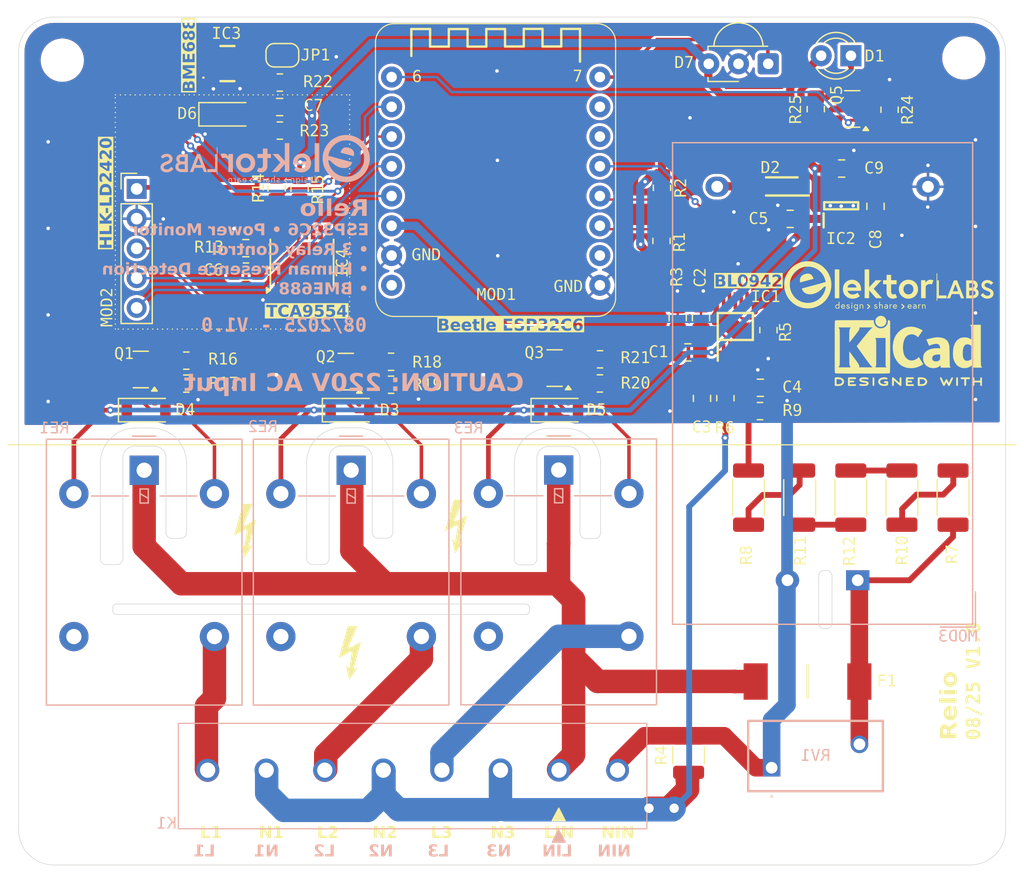
<source format=kicad_pcb>
(kicad_pcb (version 20241229) (generator "pcbnew") (generator_version "9.0")
  (layers (0 "F.Cu" signal) (2 "B.Cu" signal) (13 "F.Paste" user) (15 "B.Paste" user) (5 "F.SilkS" user "F.Silkscreen") (7 "B.SilkS" user "B.Silkscreen") (1 "F.Mask" user) (3 "B.Mask" user) (25 "Edge.Cuts" user))
  (net 0 "")
  (net 1 "+5V")
  (net 2 "Net-(D2-A)")
  (net 3 "Net-(IC1-SCLK_BPS)")
  (net 4 "/E_TX")
  (net 5 "/E_CF")
  (net 7 "Net-(IC1-IP)")
  (net 8 "Net-(IC1-VP)")
  (net 9 "+3V3")
  (net 10 "/E_RX")
  (net 11 "Net-(IC1-IN)")
  (net 12 "/SCL")
  (net 13 "/SDA")
  (net 14 "/OT2")
  (net 15 "Net-(D1-K)")
  (net 16 "Net-(D3-A)")
  (net 17 "/RELAY2")
  (net 18 "/RELAY3")
  (net 19 "/RELAY1")
  (net 20 "Net-(D4-A)")
  (net 21 "Net-(D5-A)")
  (net 22 "/L_IN_F")
  (net 23 "/L_OUT3")
  (net 24 "/OT1")
  (net 25 "Net-(MOD1-GPIO6)")
  (net 27 "/HLK_RX")
  (net 29 "Net-(D6-K)")
  (net 30 "Net-(Q1-B)")
  (net 31 "Net-(Q2-B)")
  (net 32 "Net-(Q3-B)")
  (net 33 "Net-(R10-Pad2)")
  (net 34 "Net-(R11-Pad2)")
  (net 35 "Net-(R10-Pad1)")
  (net 36 "Net-(R11-Pad1)")
  (net 37 "GND")
  (net 38 "/L_IN")
  (net 39 "/L_OUT1")
  (net 40 "/L_OUT2")
  (net 41 "/N_OUT")
  (net 42 "Net-(Q5-D)")
  (net 43 "Net-(D6-A)")
  (net 44 "Net-(D7-OUT)")
  (net 46 "Net-(IC3-SDO)")
  (net 50 "Net-(IC4-~{INT})")
  (footprint "Capacitor_SMD:C_0805_2012Metric_Pad1.18x1.45mm_HandSolder" (layer "F.Cu") (at -79.5125 272.58 180)
    (property "Reference" "C1")
    (property "Value" "100nF")
  )
  (footprint "Resistor_SMD:R_0805_2012Metric_Pad1.20x1.40mm_HandSolder" (layer "F.Cu") (at -114.3475 249.54)
    (property "Reference" "R22")
    (property "Value" "10k")
  )
  (footprint "OptoDevice:Vishay_MINICAST-3Pin" (layer "F.Cu") (at -72.65 247.94 180)
    (property "Reference" "D7")
    (property "Value" "TSOP41xx")
  )
  (footprint "Resistor_SMD:R_0805_2012Metric_Pad1.20x1.40mm_HandSolder" (layer "F.Cu") (at -81.72 258.53 -90)
    (property "Reference" "R2")
    (property "Value" "10k")
  )
  (footprint "Resistor_SMD:R_2010_5025Metric" (layer "F.Cu") (at -65.6 284.9775 -90)
    (property "Reference" "R12")
    (property "Value" "390k")
  )
  (footprint "Connector_PinHeader_2.54mm:PinHeader_1x05_P2.54mm_Vertical" (layer "F.Cu") (at -126.57 258.62)
    (property "Reference" "MOD2")
    (property "Value" "HLK-LD2420")
  )
  (footprint "Resistor_SMD:R_0805_2012Metric_Pad1.20x1.40mm_HandSolder" (layer "F.Cu") (at -68.59 251.81 -90)
    (property "Reference" "R25")
    (property "Value" "100R")
  )
  (footprint "Capacitor_SMD:C_0805_2012Metric_Pad1.18x1.45mm_HandSolder" (layer "F.Cu") (at -78.39 269.6125 90)
    (property "Reference" "C2")
    (property "Value" "68nF")
  )
  (footprint "Resistor_SMD:R_0805_2012Metric_Pad1.20x1.40mm_HandSolder" (layer "F.Cu") (at -62.29 251.86 90)
    (property "Reference" "R24")
    (property "Value" "10k")
  )
  (footprint "SamacSys_Parts:SOT95P280X145-5N" (layer "F.Cu") (at -66.42 260.06 90)
    (property "Reference" "IC2")
    (property "Value" "TLV75733PDBVR" (hide yes))
  )
  (footprint "MountingHole:MountingHole_3.2mm_M3" (layer "F.Cu") (at -133.09 312.84)
    (property "Reference" "H2" (hide yes))
    (property "Value" "MountingHole")
  )
  (footprint "SamacSys_Parts:BME688" (layer "F.Cu") (at -118.82 247.92 180)
    (property "Reference" "IC3")
    (property "Value" "BME688" (hide yes))
  )
  (footprint "Package_TO_SOT_SMD:SOT-23" (layer "F.Cu") (at -90.8875 273.92 180)
    (property "Reference" "Q3")
    (property "Value" "MMBT2222A")
  )
  (footprint "Beetle ESP32 C6:Beetle ESP32-C6" (layer "F.Cu") (at -85.68 244.51 180)
    (property "Reference" "MOD1")
    (property "Value" "Beetle ESP32-C6")
  )
  (footprint "Capacitor_SMD:C_0805_2012Metric_Pad1.18x1.45mm_HandSolder" (layer "F.Cu") (at -114.36 251.63 180)
    (property "Reference" "C7")
    (property "Value" "0.1uF")
  )
  (footprint "Resistor_SMD:R_0805_2012Metric_Pad1.20x1.40mm_HandSolder" (layer "F.Cu") (at -73.35 277.59 180)
    (property "Reference" "R9")
    (property "Value" "510R")
  )
  (footprint "Resistor_SMD:R_2010_5025Metric" (layer "F.Cu") (at -69.965 284.9775 90)
    (property "Reference" "R11")
    (property "Value" "390k")
  )
  (footprint "SamacSys_Parts:SOD3716X145N" (layer "F.Cu") (at -71.49 258.41 180)
    (property "Reference" "D2")
    (property "Value" "1N5819HW-7-F" (hide yes))
  )
  (footprint "Capacitor_SMD:C_0805_2012Metric_Pad1.18x1.45mm_HandSolder" (layer "F.Cu") (at -63.49 260.1075 90)
    (property "Reference" "C8")
    (property "Value" "0.1uF")
  )
  (footprint "Resistor_SMD:R_0805_2012Metric_Pad1.20x1.40mm_HandSolder" (layer "F.Cu") (at -81.76 263.06 90)
    (property "Reference" "R1")
    (property "Value" "10k")
  )
  (footprint "Resistor_SMD:R_0805_2012Metric_Pad1.20x1.40mm_HandSolder" (layer "F.Cu") (at -104.85 275.34)
    (property "Reference" "R19")
    (property "Value" "10k")
  )
  (footprint "Resistor_SMD:R_0805_2012Metric_Pad1.20x1.40mm_HandSolder" (layer "F.Cu") (at -122.3325 275.2425)
    (property "Reference" "R16")
    (property "Value" "10k")
  )
  (footprint "Resistor_SMD:R_0805_2012Metric_Pad1.20x1.40mm_HandSolder" (layer "F.Cu") (at -76.305 276.49 90)
    (property "Reference" "R6")
    (property "Value" "510R")
  )
  (footprint "Package_TO_SOT_SMD:SOT-23" (layer "F.Cu") (at -126.2175 274.04 180)
    (property "Reference" "Q1")
    (property "Value" "MMBT2222A")
  )
  (footprint "Capacitor_SMD:C_0805_2012Metric_Pad1.18x1.45mm_HandSolder" (layer "F.Cu") (at -117.2525 263.68 180)
    (property "Reference" "C6")
    (property "Value" "0.1uF")
  )
  (footprint "Diode_SMD:D_SOD-123" (layer "F.Cu") (at -118.8975 252.25)
    (property "Reference" "D6")
    (property "Value" "1N4148W")
  )
  (footprint "Resistor_SMD:R_0805_2012Metric_Pad1.20x1.40mm_HandSolder" (layer "F.Cu") (at -87.01 273.17 180)
    (property "Reference" "R20")
    (property "Value" "1k")
  )
  (footprint "LED_THT:LED_D3.0mm_IRBlack" (layer "F.Cu") (at -65.59 247.25 180)
    (property "Reference" "D1")
    (property "Value" "TSAL4400")
  )
  (footprint "Resistor_SMD:R_0805_2012Metric_Pad1.20x1.40mm_HandSolder" (layer "F.Cu") (at -114.62 258.57 -90)
    (property "Reference" "R14")
    (property "Value" "10k")
  )
  (footprint "SamacSys_Parts:SOP50P490X110-10N" (layer "F.Cu") (at -75.4595 270.368 90)
    (property "Reference" "IC1")
    (property "Value" "BL0942" (hide yes))
  )
  (footprint "Symbol:Symbol_HighVoltage_NoTriangle_2x5mm_Copper" (layer "F.Cu") (at -99.072615 287.578703)
    (property "Reference" "REF**" (hide yes))
    (property "Value" "Symbol_HighVoltage_NoTriangle_2x5mm_Copper" (hide yes))
  )
  (footprint "Resistor_SMD:R_2010_5025Metric" (layer "F.Cu") (at -56.87 284.9775 -90)
    (property "Reference" "R7")
    (property "Value" "390k")
  )
  (footprint "Symbol:KiCad-Logo2_5mm_SilkScreen" (layer "F.Cu") (at -60.69 272.44)
    (property "Reference" "REF**" (hide yes))
    (property "Value" "KiCad-Logo2_5mm_SilkScreen" (hide yes))
  )
  (footprint "Diode_SMD:D_SOD-123" (layer "F.Cu") (at -125.7675 277.51)
    (property "Reference" "D4")
    (property "Value" "1N4148W")
  )
  (footprint "SamacSys_Parts:FUSC10130X300N" (layer "F.Cu") (at -69.295 300.68)
    (property "Reference" "F1")
    (property "Value" "3403.0169.24" (hide yes))
  )
  (footprint "MountingHole:MountingHole_3.2mm_M3" (layer "F.Cu") (at -132.92 247.63)
    (property "Reference" "H1" (hide yes))
    (property "Value" "MountingHole")
  )
  (footprint "Resistor_SMD:R_0805_2012Metric_Pad1.20x1.40mm_HandSolder" (layer "F.Cu") (at -80.3795 269.6425 -90)
    (property "Reference" "R3")
    (property "Value" "510R")
  )
  (footprint "Symbol:Symbol_HighVoltage_NoTriangle_2x5mm_Copper" (layer "F.Cu") (at -108.112615 298.368703)
    (property "Reference" "REF**" (hide yes))
    (property "Value" "Symbol_HighVoltage_NoTriangle_2x5mm_Copper" (hide yes))
  )
  (footprint "Package_TO_SOT_SMD:SOT-23" (layer "F.Cu") (at -108.7175 274.22 180)
    (property "Reference" "Q2")
    (property "Value" "MMBT2222A")
  )
  (footprint "Diode_SMD:D_SOD-123" (layer "F.Cu") (at -90.5375 277.51)
    (property "Reference" "D5")
    (property "Value" "1N4148W")
  )
  (footprint "Resistor_SMD:R_0805_2012Metric_Pad1.20x1.40mm_HandSolder" (layer "F.Cu") (at -104.85 273.38 180)
    (property "Reference" "R18")
    (property "Value" "1k")
  )
  (footprint "Resistor_SMD:R_1210_3225Metric" (layer "F.Cu") (at -79.45 306.9675 90)
    (property "Reference" "R4")
    (property "Value" "1m")
  )
  (footprint "Capacitor_SMD:C_0805_2012Metric_Pad1.18x1.45mm_HandSolder" (layer "F.Cu") (at -78.305 276.5075 90)
    (property "Reference" "C3")
    (property "Value" "68nF")
  )
  (footprint "MountingHole:MountingHole_3.2mm_M3" (layer "F.Cu") (at -56.04 312.72)
    (property "Reference" "H3" (hide yes))
    (property "Value" "MountingHole")
  )
  (footprint "Diode_SMD:D_SOD-123" (layer "F.Cu") (at -108.36 277.51)
    (property "Reference" "D3")
    (property "Value" "1N4148W")
  )
  (footprint "Resistor_SMD:R_2010_5025Metric" (layer "F.Cu") (at -61.235 284.9775 -90)
    (property "Reference" "R10")
    (property "Value" "390k")
  )
  (footprint "Package_SO:SSOP-16_3.9x4.9mm_P0.635mm" (layer "F.Cu") (at -112.4575 264.93 90)
    (property "Reference" "IC4")
    (property "Value" "TCA9554DBQ")
  )
  (footprint "MountingHole:MountingHole_3.2mm_M3" (layer "F.Cu") (at -55.95 247.44)
    (property "Reference" "H4" (hide yes))
    (property "Value" "MountingHole")
  )
  (footprint "Resistor_SMD:R_0805_2012Metric_Pad1.20x1.40mm_HandSolder" (layer "F.Cu") (at -122.3325 273.2825 180)
    (property "Reference" "R17")
    (property "Value" "1k")
  )
  (footprint "Resistor_SMD:R_0805_2012Metric_Pad1.20x1.40mm_HandSolder" (layer "F.Cu") (at -87.02 275.23)
    (property "Reference" "R21")
    (property "Value" "10k")
  )
  (footprint "Resistor_SMD:R_0805_2012Metric_Pad1.20x1.40mm_HandSolder" (layer "F.Cu") (at -72.63 270.68 90)
    (property "Reference" "R5")
    (property "Value" "10k")
  )
  (footprint "Capacitor_SMD:C_0805_2012Metric_Pad1.18x1.45mm_HandSolder" (layer "F.Cu") (at -70.7725 261.18 180)
    (property "Reference" "C5")
    (property "Value" "100nF")
  )
  (footprint "Capacitor_SMD:C_0805_2012Metric_Pad1.18x1.45mm_HandSolder" (layer "F.Cu") (at -73.3175 275.6)
    (property "Reference" "C4")
    (property "Value" "68nF")
  )
  (footprint "footprints:elektorlabs-20x6.1mm" (layer "F.Cu") (at -62.324063 266.799992)
    (property "Reference" "G***" (hide yes))
    (property "Value" "LOGO" (hide yes))
  )
  (footprint "Capacitor_SMD:C_0805_2012Metric_Pad1.18x1.45mm_HandSolder" (layer "F.Cu") (at -66.3775 256.88)
    (property "Reference" "C9")
    (property "Value" "0.1uF")
  )
  (footprint "Jumper:SolderJumper-2_P1.3mm_Open_RoundedPad1.0x1.5mm" (layer "F.Cu") (at -114.13 247.21 180)
    (property "Reference" "JP1")
    (property "Value" "ADR")
  )
  (footprint "Resistor_SMD:R_2010_5025Metric" (layer "F.Cu") (at -74.33 284.9775 90)
    (property "Reference" "R8")
    (property "Value" "390k")
  )
  (footprint "Package_TO_SOT_SMD:SOT-23" (layer "F.Cu") (at -65.48 251.7925 180)
    (property "Reference" "Q5")
    (property "Value" "AO3400A")
  )
  (footprint "Resistor_SMD:R_0805_2012Metric_Pad1.20x1.40mm_HandSolder" (layer "F.Cu") (at -114.35 253.64 180)
    (property "Reference" "R23")
    (property "Value" "10k")
  )
  (footprint "Resistor_SMD:R_0805_2012Metric_Pad1.20x1.40mm_HandSolder" (layer "F.Cu") (at -117.24 265.68)
    (property "Reference" "R13")
    (property "Value" "10k")
  )
  (footprint "Resistor_SMD:R_0805_2012Metric_Pad1.20x1.40mm_HandSolder" (layer "F.Cu") (at -112.66 258.6 -90)
    (property "Reference" "R15")
    (property "Value" "10k")
  )
  (footprint "Symbol:Symbol_HighVoltage_NoTriangle_2x5mm_Copper" (layer "F.Cu") (at -117.072615 287.928703)
    (property "Reference" "REF**" (hide yes))
    (property "Value" "Symbol_HighVoltage_NoTriangle_2x5mm_Copper" (hide yes))
  )
  (footprint "Converter_ACDC:Converter_ACDC_Hi-Link_HLK-5Mxx" (layer "B.Cu") (at -65.0075 292.0325 90)
    (property "Reference" "MOD3")
    (property "Value" "HLK-5M05")
  )
  (footprint "Relay_THT:Relay_SPDT_Omron-G5LE-1" (layer "B.Cu") (at -108.26 282.64 180)
    (property "Reference" "RE2")
    (property "Value" "G5LE-14 DC3")
  )
  (footprint "Relay_THT:Relay_SPDT_Omron-G5LE-1" (layer "B.Cu") (at -90.54 282.62 180)
    (property "Reference" "RE3")
    (property "Value" "G5LE-14 DC3")
  )
  (footprint "SamacSys_Parts:TB00150008BE" (layer "B.Cu") (at -120.51 308.25)
    (property "Reference" "K1")
    (property "Value" "TB001-500-08BE" (hide yes))
  )
  (footprint "SamacSys_Parts:TND10V431KB00AAA0" (layer "B.Cu") (at -72.36 308.04)
    (property "Reference" "RV1")
    (property "Value" "TND10V-431KB00AAA0" (hide yes))
  )
  (footprint "footprints:elektorlabs-20x6.1mm" (layer "B.Cu") (at -115.625936 256.019992 180)
    (property "Reference" "G***" (hide yes))
    (property "Value" "LOGO" (hide yes))
  )
  (footprint "Relay_THT:Relay_SPDT_Omron-G5LE-1" (layer "B.Cu") (at -125.93 282.64 180)
    (property "Reference" "RE1")
    (property "Value" "G5LE-14 DC3")
  )
  (gr_line (start -93.52 244.96) (end -91.92 244.96) (stroke (width 0.2)) (layer "F.SilkS"))
  (gr_line (start -98.32 246.47) (end -96.72 246.47) (stroke (width 0.2)) (layer "F.SilkS"))
  (gr_line (start -90.32 246.46) (end -90.32 244.96) (stroke (width 0.2)) (layer "F.SilkS"))
  (gr_line (start -101.52 246.47) (end -99.92 246.47) (stroke (width 0.2)) (layer "F.SilkS"))
  (gr_line (start -103.12 244.97) (end -101.52 244.97) (stroke (width 0.2)) (layer "F.SilkS"))
  (gr_line (start -103.12 247.27) (end -103.12 244.97) (stroke (width 0.2)) (layer "F.SilkS"))
  (gr_line (start -99.92 244.97) (end -98.32 244.97) (stroke (width 0.2)) (layer "F.SilkS"))
  (gr_line (start -90.32 244.96) (end -88.72 244.96) (stroke (width 0.2)) (layer "F.SilkS"))
  (gr_line (start -96.72 246.47) (end -96.72 244.97) (stroke (width 0.2)) (layer "F.SilkS"))
  (gr_line (start -95.12 244.97) (end -95.12 246.46) (stroke (width 0.2)) (layer "F.SilkS"))
  (gr_rect (start -128.39 250.589998) (end -108.39 270.589998) (stroke (width 0.1) (type dot)) (fill no) (layer "F.SilkS"))
  (gr_line (start -95.12 246.46) (end -93.52 246.46) (stroke (width 0.2)) (layer "F.SilkS"))
  (gr_line (start -98.32 244.97) (end -98.32 246.47) (stroke (width 0.2)) (layer "F.SilkS"))
  (gr_line (start -88.72 244.96) (end -88.72 247.76) (stroke (width 0.2)) (layer "F.SilkS"))
  (gr_line (start -91.92 246.46) (end -90.32 246.46) (stroke (width 0.2)) (layer "F.SilkS"))
  (gr_poly (pts (xy -90.53 311.48) (xy -91.1 312.55) (xy -89.99 312.55)) (stroke (width 0.1)) (fill yes) (layer "F.SilkS"))
  (gr_line (start -96.72 244.97) (end -95.12 244.97) (stroke (width 0.2)) (layer "F.SilkS"))
  (gr_line (start -137.57 280.47) (end -51.5 280.47) (stroke (width 0.1)) (layer "F.SilkS"))
  (gr_line (start -99.92 246.47) (end -99.92 244.97) (stroke (width 0.2)) (layer "F.SilkS"))
  (gr_line (start -91.92 244.96) (end -91.92 246.46) (stroke (width 0.2)) (layer "F.SilkS"))
  (gr_line (start -93.52 246.46) (end -93.52 244.96) (stroke (width 0.2)) (layer "F.SilkS"))
  (gr_line (start -101.52 244.97) (end -101.52 246.47) (stroke (width 0.2)) (layer "F.SilkS"))
  (gr_poly (pts (xy -90.55 313.33) (xy -89.98 314.4) (xy -91.09 314.4)) (stroke (width 0.1)) (fill yes) (layer "B.SilkS"))
  (gr_arc (start -122.310012 287.960022) (mid -122.456459 288.313575) (end -122.810012 288.460021) (stroke (width 0.05)) (layer "Edge.Cuts"))
  (gr_arc (start -125.309995 279.03) (mid -123.188672 279.908682) (end -122.309995 282.030008) (stroke (width 0.05)) (layer "Edge.Cuts"))
  (gr_arc (start -89.963536 279.046425) (mid -87.842213 279.925107) (end -86.963536 282.046433) (stroke (width 0.05)) (layer "Edge.Cuts"))
  (gr_arc (start -133.65 316.34) (mid -135.77132 315.46132) (end -136.65 313.34) (stroke (width 0.05)) (layer "Edge.Cuts"))
  (gr_line (start -112.060001 290.18649) (end -112.060001 282.016425) (stroke (width 0.05)) (layer "Edge.Cuts"))
  (gr_arc (start -67.7 291.18) (mid -67.346447 291.326447) (end -67.2 291.68) (stroke (width 0.05)) (layer "Edge.Cuts"))
  (gr_line (start -93.34 294.95) (end -128.3 294.95) (stroke (width 0.05)) (layer "Edge.Cuts"))
  (gr_line (start -87.463553 288.476446) (end -88.223554 288.476446) (stroke (width 0.05)) (layer "Edge.Cuts"))
  (gr_line (start -127.750001 281.59002) (end -127.750013 290.200065) (stroke (width 0.05)) (layer "Edge.Cuts"))
  (gr_arc (start -94.323554 282.046425) (mid -93.444874 279.925105) (end -91.323554 279.046425) (stroke (width 0.05)) (layer "Edge.Cuts"))
  (gr_arc (start -125.070002 280.590021) (mid -124.362895 280.882915) (end -124.070002 281.590023) (stroke (width 0.05)) (layer "Edge.Cuts"))
  (gr_arc (start -136.65 246.95) (mid -135.77132 244.82868) (end -133.65 243.95) (stroke (width 0.05)) (layer "Edge.Cuts"))
  (gr_line (start -86.963536 282.046433) (end -86.963553 287.976447) (stroke (width 0.05)) (layer "Edge.Cuts"))
  (gr_line (start -109.060001 279.016425) (end -107.699983 279.016425) (stroke (width 0.05)) (layer "Edge.Cuts"))
  (gr_line (start -67.85 291.18) (end -67.7 291.18) (stroke (width 0.05)) (layer "Edge.Cuts"))
  (gr_line (start -91.323554 279.046425) (end -89.963536 279.046425) (stroke (width 0.05)) (layer "Edge.Cuts"))
  (gr_arc (start -127.750013 290.200065) (mid -127.89646 290.553618) (end -128.250013 290.700065) (stroke (width 0.05)) (layer "Edge.Cuts"))
  (gr_line (start -125.070002 280.590021) (end -126.750001 280.590021) (stroke (width 0.05)) (layer "Edge.Cuts"))
  (gr_arc (start -104.7 287.946447) (mid -104.846447 288.3) (end -105.2 288.446446) (stroke (width 0.05)) (layer "Edge.Cuts"))
  (gr_arc (start -55.39 243.95) (mid -53.26868 244.82868) (end -52.39 246.95) (stroke (width 0.05)) (layer "Edge.Cuts"))
  (gr_arc (start -93.34 294.06) (mid -93.127868 294.147868) (end -93.04 294.36) (stroke (width 0.05)) (layer "Edge.Cuts"))
  (gr_arc (start -89.723543 280.606446) (mid -89.016436 280.89934) (end -88.723543 281.606448) (stroke (width 0.05)) (layer "Edge.Cuts"))
  (gr_arc (start -88.223554 288.476446) (mid -88.577107 288.329999) (end -88.723554 287.976446) (stroke (width 0.05)) (layer "Edge.Cuts"))
  (gr_line (start -110.139989 281.576445) (end -110.140001 290.18649) (stroke (width 0.05)) (layer "Edge.Cuts"))
  (gr_arc (start -123.570013 288.460021) (mid -123.923566 288.313574) (end -124.070013 287.960021) (stroke (width 0.05)) (layer "Edge.Cuts"))
  (gr_line (start -124.070013 287.960021) (end -124.070002 281.590023) (stroke (width 0.05)) (layer "Edge.Cuts"))
  (gr_arc (start -92.403542 281.606445) (mid -92.110648 280.899339) (end -91.403542 280.606446) (stroke (width 0.05)) (layer "Edge.Cuts"))
  (gr_arc (start -105.960001 288.446446) (mid -106.313554 288.299999) (end -106.460001 287.946446) (stroke (width 0.05)) (layer "Edge.Cuts"))
  (gr_line (start -104.699983 282.016433) (end -104.7 287.946447) (stroke (width 0.05)) (layer "Edge.Cuts"))
  (gr_line (start -122.309995 282.030008) (end -122.310012 287.960022) (stroke (width 0.05)) (layer "Edge.Cuts"))
  (gr_line (start -128.6 294.65) (end -128.6 294.36) (stroke (width 0.05)) (layer "Edge.Cuts"))
  (gr_line (start -94.323554 290.21649) (end -94.323554 282.046425) (stroke (width 0.05)) (layer "Edge.Cuts"))
  (gr_arc (start -107.699983 279.016425) (mid -105.57866 279.895107) (end -104.699983 282.016433) (stroke (width 0.05)) (layer "Edge.Cuts"))
  (gr_arc (start -112.060001 282.016425) (mid -111.181321 279.895105) (end -109.060001 279.016425) (stroke (width 0.05)) (layer "Edge.Cuts"))
  (gr_line (start -67.7 296.165) (end -67.85 296.165) (stroke (width 0.05)) (layer "Edge.Cuts"))
  (gr_line (start -107.45999 280.576446) (end -109.139989 280.576446) (stroke (width 0.05)) (layer "Edge.Cuts"))
  (gr_line (start -55.39 316.34) (end -133.65 316.34) (stroke (width 0.05)) (layer "Edge.Cuts"))
  (gr_arc (start -110.140001 290.18649) (mid -110.286448 290.540043) (end -110.640001 290.68649) (stroke (width 0.05)) (layer "Edge.Cuts"))
  (gr_arc (start -111.560001 290.68649) (mid -111.913554 290.540043) (end -112.060001 290.18649) (stroke (width 0.05)) (layer "Edge.Cuts"))
  (gr_line (start -136.65 313.34) (end -136.65 246.95) (stroke (width 0.05)) (layer "Edge.Cuts"))
  (gr_line (start -133.65 243.95) (end -55.39 243.95) (stroke (width 0.05)) (layer "Edge.Cuts"))
  (gr_arc (start -52.39 313.34) (mid -53.26868 315.46132) (end -55.39 316.34) (stroke (width 0.05)) (layer "Edge.Cuts"))
  (gr_line (start -52.39 246.95) (end -52.39 313.34) (stroke (width 0.05)) (layer "Edge.Cuts"))
  (gr_arc (start -67.85 296.165) (mid -68.203553 296.018553) (end -68.35 295.665) (stroke (width 0.05)) (layer "Edge.Cuts"))
  (gr_line (start -68.35 295.665) (end -68.35 291.68) (stroke (width 0.05)) (layer "Edge.Cuts"))
  (gr_arc (start -86.963553 287.976447) (mid -87.11 288.33) (end -87.463553 288.476446) (stroke (width 0.05)) (layer "Edge.Cuts"))
  (gr_arc (start -93.823554 290.71649) (mid -94.177107 290.570043) (end -94.323554 290.21649) (stroke (width 0.05)) (layer "Edge.Cuts"))
  (gr_line (start -106.460001 287.946446) (end -106.45999 281.576448) (stroke (width 0.05)) (layer "Edge.Cuts"))
  (gr_line (start -92.403542 281.606445) (end -92.403554 290.21649) (stroke (width 0.05)) (layer "Edge.Cuts"))
  (gr_line (start -93.04 294.36) (end -93.04 294.65) (stroke (width 0.05)) (layer "Edge.Cuts"))
  (gr_line (start -128.250013 290.700065) (end -129.170013 290.700065) (stroke (width 0.05)) (layer "Edge.Cuts"))
  (gr_line (start -105.2 288.446446) (end -105.960001 288.446446) (stroke (width 0.05)) (layer "Edge.Cuts"))
  (gr_arc (start -68.35 291.68) (mid -68.203553 291.326447) (end -67.85 291.18) (stroke (width 0.05)) (layer "Edge.Cuts"))
  (gr_arc (start -128.6 294.36) (mid -128.512132 294.147868) (end -128.3 294.06) (stroke (width 0.05)) (layer "Edge.Cuts"))
  (gr_line (start -129.670013 290.200065) (end -129.670013 282.03) (stroke (width 0.05)) (layer "Edge.Cuts"))
  (gr_line (start -67.2 291.68) (end -67.2 295.665) (stroke (width 0.05)) (layer "Edge.Cuts"))
  (gr_arc (start -128.3 294.95) (mid -128.512132 294.862132) (end -128.6 294.65) (stroke (width 0.05)) (layer "Edge.Cuts"))
  (gr_arc (start -93.04 294.65) (mid -93.127868 294.862132) (end -93.34 294.95) (stroke (width 0.05)) (layer "Edge.Cuts"))
  (gr_line (start -88.723554 287.976446) (end -88.723543 281.606448) (stroke (width 0.05)) (layer "Edge.Cuts"))
  (gr_arc (start -92.403554 290.21649) (mid -92.550001 290.570043) (end -92.903554 290.71649) (stroke (width 0.05)) (layer "Edge.Cuts"))
  (gr_line (start -92.903554 290.71649) (end -93.823554 290.71649) (stroke (width 0.05)) (layer "Edge.Cuts"))
  (gr_line (start -128.3 294.06) (end -93.34 294.06) (stroke (width 0.05)) (layer "Edge.Cuts"))
  (gr_arc (start -127.750001 281.59002) (mid -127.457107 280.882914) (end -126.750001 280.590021) (stroke (width 0.05)) (layer "Edge.Cuts"))
  (gr_arc (start -110.139989 281.576445) (mid -109.847095 280.869339) (end -109.139989 280.576446) (stroke (width 0.05)) (layer "Edge.Cuts"))
  (gr_line (start -110.640001 290.68649) (end -111.560001 290.68649) (stroke (width 0.05)) (layer "Edge.Cuts"))
  (gr_line (start -126.670013 279.03) (end -125.309995 279.03) (stroke (width 0.05)) (layer "Edge.Cuts"))
  (gr_arc (start -67.2 295.665) (mid -67.346447 296.018553) (end -67.7 296.165) (stroke (width 0.05)) (layer "Edge.Cuts"))
  (gr_line (start -89.723543 280.606446) (end -91.403542 280.606446) (stroke (width 0.05)) (layer "Edge.Cuts"))
  (gr_line (start -122.810012 288.460021) (end -123.570013 288.460021) (stroke (width 0.05)) (layer "Edge.Cuts"))
  (gr_arc (start -107.45999 280.576446) (mid -106.752883 280.86934) (end -106.45999 281.576448) (stroke (width 0.05)) (layer "Edge.Cuts"))
  (gr_arc (start -129.670013 282.03) (mid -128.791333 279.90868) (end -126.670013 279.03) (stroke (width 0.05)) (layer "Edge.Cuts"))
  (gr_arc (start -129.170013 290.700065) (mid -129.523566 290.553618) (end -129.670013 290.200065) (stroke (width 0.05)) (layer "Edge.Cuts"))
  (gr_text "N2" (at -106.45 314.21 0) (layer "F.SilkS") (effects (font (size 1 1) (thickness 0.25) (bold yes)) (justify left bottom)))
  (gr_text "L1" (at -121.16 314.21 0) (layer "F.SilkS") (effects (font (size 1 1) (thickness 0.25) (bold yes)) (justify left bottom)))
  (gr_text "Relio" (at -56.33 305.7 90) (layer "F.SilkS") (effects (font (size 1.4 1.5) (thickness 0.28) (bold yes)) (justify left bottom)))
  (gr_text "LIN" (at -91.8 314.21 0) (layer "F.SilkS") (effects (font (size 1 1) (thickness 0.25) (bold yes)) (justify left bottom)))
  (gr_text "GND" (at -103.11 264.88 0) (layer "F.SilkS") (effects (font (size 1 1) (thickness 0.125)) (justify left bottom)))
  (gr_text "N1" (at -116.15 314.21 0) (layer "F.SilkS") (effects (font (size 1 1) (thickness 0.25) (bold yes)) (justify left bottom)))
  (gr_text "N3" (at -96.37 314.21 0) (layer "F.SilkS") (effects (font (size 1 1) (thickness 0.25) (bold yes)) (justify left bottom)))
  (gr_text "TCA9554" (at -115.51 269.71 0) (layer "F.SilkS" knockout) (effects (font (size 1 1) (thickness 0.25) (bold yes)) (justify left bottom)))
  (gr_text "08/25 V1.0" (at -54.36 305.7 90) (layer "F.SilkS") (effects (font (size 1.2 1.2) (thickness 0.3) (bold yes)) (justify left bottom)))
  (gr_text "6" (at -103.06 249.66 0) (layer "F.SilkS") (effects (font (size 1 1) (thickness 0.125)) (justify left bottom)))
  (gr_text "L3" (at -101.46 314.21 0) (layer "F.SilkS") (effects (font (size 1 1) (thickness 0.25) (bold yes)) (justify left bottom)))
  (gr_text "HLK-LD2420" (at -128.54 263.78 90) (layer "F.SilkS" knockout) (effects (font (size 1 1) (thickness 0.25) (bold yes)) (justify left bottom)))
  (gr_text "Beetle ESP32C6" (at -100.9 270.89 0) (layer "F.SilkS" knockout) (effects (font (size 1 1) (thickness 0.25) (bold yes)) (justify left bottom)))
  (gr_text "L2" (at -111.19 314.21 0) (layer "F.SilkS") (effects (font (size 1 1) (thickness 0.25) (bold yes)) (justify left bottom)))
  (gr_text "NIN" (at -86.91 314.21 0) (layer "F.SilkS") (effects (font (size 1 1) (thickness 0.25) (bold yes)) (justify left bottom)))
  (gr_text "7" (at -89.34 249.63 0) (layer "F.SilkS") (effects (font (size 1 1) (thickness 0.125)) (justify left bottom)))
  (gr_text "GND" (at -90.98 267.58 0) (layer "F.SilkS") (effects (font (size 1 1) (thickness 0.125)) (justify left bottom)))
  (gr_text "BL0942" (at -77.27 267.13 0) (layer "F.SilkS" knockout) (effects (font (size 1 1) (thickness 0.25) (bold yes)) (justify left bottom)))
  (gr_text "BME688" (at -121.45 250.39 90) (layer "F.SilkS" knockout) (effects (font (size 1 1) (thickness 0.25) (bold yes)) (justify left bottom)))
  (gr_text "L1" (at -119.86 315.78 0) (layer "B.SilkS") (effects (font (size 1 1) (thickness 0.25) (bold yes)) (justify left bottom mirror)))
  (gr_text "N3" (at -94.59 315.78 0) (layer "B.SilkS") (effects (font (size 1 1) (thickness 0.25) (bold yes)) (justify left bottom mirror)))
  (gr_text "N2" (at -104.66 315.78 0) (layer "B.SilkS") (effects (font (size 1 1) (thickness 0.25) (bold yes)) (justify left bottom mirror)))
  (gr_text "08/2025 - V1.0" (at -106.92 271.02 0) (layer "B.SilkS") (effects (font (size 1.2 1.2) (thickness 0.3) (bold yes)) (justify left bottom mirror)))
  (gr_text "L2" (at -109.62 315.78 0) (layer "B.SilkS") (effects (font (size 1 1) (thickness 0.25) (bold yes)) (justify left bottom mirror)))
  (gr_text "Relio" (at -106.74 261.16 0) (layer "B.SilkS") (effects (font (size 1.4 1.5) (thickness 0.28) (bold yes)) (justify left bottom mirror)))
  (gr_text "CAUTION: 220V AC Input " (at -93.51 276.13 0) (layer "B.SilkS") (effects (font (size 1.5 1.5) (thickness 0.25) (bold yes)) (justify left bottom mirror)))
  (gr_text "N1" (at -114.42 315.78 0) (layer "B.SilkS") (effects (font (size 1 1) (thickness 0.25) (bold yes)) (justify left bottom mirror)))
  (gr_text "NIN" (at -84.37 315.78 0) (layer "B.SilkS") (effects (font (size 1 1) (thickness 0.25) (bold yes)) (justify left bottom mirror)))
  (gr_text "LIN" (at -89.37 315.78 0) (layer "B.SilkS") (effects (font (size 1 1) (thickness 0.25) (bold yes)) (justify left bottom mirror)))
  (gr_text "L3" (at -99.89 315.78 0) (layer "B.SilkS") (effects (font (size 1 1) (thickness 0.25) (bold yes)) (justify left bottom mirror)))
  (gr_text "ESP32C6 • Power Monitor \n• 3 Relay Control \n• Human Presence Detection\n• BME688 " (at -106.74 267.79 0) (layer "B.SilkS") (effects (font (size 1 1) (thickness 0.25) (bold yes)) (justify left bottom mirror)))
  (segment (start -65.91 262.5) (end -66.98 262.5) (width 0.5) (layer "F.Cu") (net 1))
  (segment (start -69.635 261.28) (end -69.735 261.18) (width 0.7) (layer "F.Cu") (net 1))
  (segment (start -69.7 258.5) (end -69.7 261.145) (width 0.7) (layer "F.Cu") (net 1))
  (segment (start -67.37 262.11) (end -67.37 261.31) (width 0.5) (layer "F.Cu") (net 1))
  (segment (start -69.735 262.225) (end -69.735 261.18) (width 0.7) (layer "F.Cu") (net 1))
  (segment (start -70.5 262.99) (end -69.735 262.225) (width 0.7) (layer "F.Cu") (net 1))
  (segment (start -63.55 261.205) (end -65.365 261.205) (width 0.5) (layer "F.Cu") (net 1))
  (segment (start -65.47 262.06) (end -65.91 262.5) (width 0.5) (layer "F.Cu") (net 1))
  (segment (start -66.98 262.5) (end -67.37 262.11) (width 0.5) (layer "F.Cu") (net 1))
  (segment (start -69.7 261.145) (end -69.735 261.18) (width 0.7) (layer "F.Cu") (net 1))
  (segment (start -65.365 261.205) (end -65.47 261.31) (width 0.5) (layer "F.Cu") (net 1))
  (segment (start -65.47 261.31) (end -65.47 262.06) (width 0.5) (layer "F.Cu") (net 1))
  (segment (start -69.735 261.18) (end -67.5 261.18) (width 0.7) (layer "F.Cu") (net 1))
  (via (at -70.5 262.99) (size 0.6) (drill 0.3) (layers "F.Cu" "B.Cu") (net 1))
  (segment (start -77.23 269.72) (end -94.78 269.72) (width 0.7) (layer "B.Cu") (net 1))
  (segment (start -102.73 261.77) (end -104.805 261.77) (width 0.7) (layer "B.Cu") (net 1))
  (segment (start -70.5 262.99) (end -77.23 269.72) (width 0.7) (layer "B.Cu") (net 1))
  (segment (start -94.78 269.72) (end -102.73 261.77) (width 0.7) (layer "B.Cu") (net 1))
  (segment (start -77.02 258.4) (end -73.2 258.4) (width 0.7) (layer "F.Cu") (net 2))
  (segment (start -73.2 258.4) (end -73.1 258.5) (width 0.2) (layer "F.Cu") (net 2))
  (segment (start -76.92 258.5) (end -77.02 258.4) (width 0.2) (layer "F.Cu") (net 2))
  (segment (start -74.9 269.68) (end -75.4595 269.1205) (width 0.2) (layer "F.Cu") (net 3))
  (segment (start -72.63 269.68) (end -74.9 269.68) (width 0.2) (layer "F.Cu") (net 3))
  (segment (start -75.4595 269.1205) (end -75.4595 268.156) (width 0.2) (layer "F.Cu") (net 3))
  (segment (start -81.76 262.06) (end -86.735 262.06) (width 0.2) (layer "F.Cu") (net 4))
  (segment (start -81.76 262.06) (end -80.33 262.06) (width 0.2) (layer "F.Cu") (net 4))
  (segment (start -86.735 262.06) (end -87.025 261.77) (width 0.2) (layer "F.Cu") (net 4))
  (segment (start -76.4595 265.9305) (end -76.4595 268.156) (width 0.2) (layer "F.Cu") (net 4))
  (segment (start -80.33 262.06) (end -76.4595 265.9305) (width 0.2) (layer "F.Cu") (net 4))
  (segment (start -78.9 259.71) (end -78.88 259.71) (width 0.2) (layer "F.Cu") (net 5))
  (segment (start -78.88 259.71) (end -74.4595 264.1305) (width 0.2) (layer "F.Cu") (net 5))
  (segment (start -78.89 259.7) (end -78.9 259.71) (width 0.2) (layer "F.Cu") (net 5))
  (segment (start -74.4595 264.1305) (end -74.4595 268.156) (width 0.2) (layer "F.Cu") (net 5))
  (via (at -78.89 259.7) (size 0.6) (drill 0.3) (layers "F.Cu" "B.Cu") (net 5))
  (segment (start -81.9 256.69) (end -87.025 256.69) (width 0.2) (layer "B.Cu") (net 5))
  (segment (start -78.89 259.7) (end -81.9 256.69) (width 0.2) (layer "B.Cu") (net 5))
  (segment (start -75.9595 271.6155) (end -75.9595 272.58) (width 0.2) (layer "F.Cu") (net 7))
  (segment (start -78.2195 270.61) (end -76.965 270.61) (width 0.2) (layer "F.Cu") (net 7))
  (segment (start -78.2895 270.68) (end -78.2195 270.61) (width 0.2) (layer "F.Cu") (net 7))
  (segment (start -76.965 270.61) (end -75.9595 271.6155) (width 0.2) (layer "F.Cu") (net 7))
  (segment (start -80.3795 270.68) (end -78.2895 270.68) (width 0.2) (layer "F.Cu") (net 7))
  (segment (start -74.33 277.61) (end -74.35 277.59) (width 0.5) (layer "F.Cu") (net 8))
  (segment (start -74.9595 272.58) (end -74.9595 273.8305) (width 0.25) (layer "F.Cu") (net 8))
  (segment (start -74.355 274.435) (end -74.355 275.6) (width 0.25) (layer "F.Cu") (net 8))
  (segment (start -74.355 277.585) (end -74.35 277.59) (width 0.25) (layer "F.Cu") (net 8))
  (segment (start -74.9595 273.8305) (end -74.355 274.435) (width 0.25) (layer "F.Cu") (net 8))
  (segment (start -74.355 275.6) (end -74.355 277.585) (width 0.25) (layer "F.Cu") (net 8))
  (segment (start -74.33 282.665) (end -74.33 277.61) (width 0.5) (layer "F.Cu") (net 8))
  (segment (start -117.22 247.52) (end -116.86 247.88) (width 0.2) (layer "F.Cu") (net 9))
  (segment (start -116.29 258.07) (end -116.29 258.47) (width 0.4) (layer "F.Cu") (net 9))
  (segment (start -128.82 277.51) (end -129.35 277.51) (width 0.4) (layer "F.Cu") (net 9))
  (segment (start -96.54 279.85) (end -96.54 284.62) (width 0.4) (layer "F.Cu") (net 9))
  (segment (start -78.435 272.75) (end -78.265 272.58) (width 0.2) (layer "F.Cu") (net 9))
  (segment (start -116.44 249.54) (end -115.3475 249.54) (width 0.2) (layer "F.Cu") (net 9))
  (segment (start -116.12 259.23) (end -116.12 263.585) (width 0.4) (layer "F.Cu") (net 9))
  (segment (start -114.62 257.57) (end -115.79 257.57) (width 0.4) (layer "F.Cu") (net 9))
  (segment (start -68.13 247.26) (end -70.77 249.9) (width 0.7) (layer "F.Cu") (net 9))
  (segment (start -116.29 258.47) (end -116.29 259.06) (width 0.4) (layer "F.Cu") (net 9))
  (segment (start -116.86 249.12) (end -116.44 249.54) (width 0.2) (layer "F.Cu") (net 9))
  (segment (start -127.99 277.51) (end -127.4175 277.51) (width 0.4) (layer "F.Cu") (net 9))
  (segment (start -111.59 252.37) (end -112.33 251.63) (width 0.5) (layer "F.Cu") (net 9))
  (segment (start -116.12 263.585) (end -116.215 263.68) (width 0.4) (layer "F.Cu") (net 9))
  (segment (start -115.2 263.68) (end -114.68 263.16) (width 0.4) (layer "F.Cu") (net 9))
  (segment (start -93.52 277.51) (end -94.22 277.51) (width 0.4) (layer "F.Cu") (net 9))
  (segment (start -115.465 249.62) (end -115.385 249.54) (width 0.2) (layer "F.Cu") (net 9))
  (segment (start -68.61 256.88) (end -70.5 254.99) (width 0.7) (layer "F.Cu") (net 9))
  (segment (start -114.59 257.6) (end -114.62 257.57) (width 0.4) (layer "F.Cu") (net 9))
  (segment (start -112.33 251.63) (end -113.3225 251.63) (width 0.5) (layer "F.Cu") (net 9))
  (segment (start -81.72 256.45) (end -81.72 257.53) (width 0.7) (layer "F.Cu") (net 9))
  (segment (start -113.35 251.6575) (end -113.3225 251.63) (width 0.5) (layer "F.Cu") (net 9))
  (segment (start -117.62 247.52) (end -117.22 247.52) (width 0.2) (layer "F.Cu") (net 9))
  (segment (start -92.1875 277.51) (end -93.52 277.51) (width 0.4) (layer "F.Cu") (net 9))
  (segment (start -67.58 256.88) (end -68.61 256.88) (width 0.7) (layer "F.Cu") (net 9))
  (segment (start -126.44 258.49) (end -126.57 258.62) (width 0.4) (layer "F.Cu") (net 9))
  (segment (start -116.86 247.88) (end -116.86 249.12) (width 0.2) (layer "F.Cu") (net 9))
  (segment (start -67.58 256.88) (end -67.37 257.09) (width 0.7) (layer "F.Cu") (net 9))
  (segment (start -96.55 279.84) (end -96.54 279.85) (width 0.4) (layer "F.Cu") (net 9))
  (segment (start -113.35 253.64) (end -113.35 251.6575) (width 0.5) (layer "F.Cu") (net 9))
  (segment (start -117.62 249.12) (end -116.86 249.12) (width 0.2) (layer "F.Cu") (net 9))
  (segment (start -83.54 263.35) (end -83.54 263.47) (width 0.7) (layer "F.Cu") (net 9))
  (segment (start -112.66 256.36) (end -112.66 257.6) (width 0.4) (layer "F.Cu") (net 9))
  (segment (start -82.69 257.53) (end -81.72 257.53) (width 0.7) (layer "F.Cu") (net 9))
  (segment (start -114.68 263.16) (end -114.68 262.33) (width 0.4) (layer "F.Cu") (net 9))
  (segment (start -82.95 264.06) (end -81.76 264.06) (width 0.7) (layer "F.Cu") (net 9))
  (segment (start -118.24 265.68) (end -118.215 265.68) (width 0.4) (layer "F.Cu") (net 9))
  (segment (start -76.4595 272.58) (end -77.49 272.58) (width 0.3) (layer "F.Cu") (net 9))
  (segment (start -78.265 272.58) (end -77.49 272.58) (width 0.2) (layer "F.Cu") (net 9))
  (segment (start -116.31 258.49) (end -126.44 258.49) (width 0.4) (layer "F.Cu") (net 9))
  (segment (start -76.55 250.7) (end -70.77 250.7) (width 0.7) (layer "F.Cu") (net 9))
  (segment (start -116.29 258.47) (end -116.31 258.49) (width 0.4) (layer "F.Cu") (net 9))
  (segment (start -114.26 279.95) (end -114.26 284.64) (width 0.4) (layer "F.Cu") (net 9))
  (segment (start -129.35 277.51) (end -131.93 280.09) (width 0.4) (layer "F.Cu") (net 9))
  (segment (start -70.69 254.99) (end -80.26 254.99) (width 0.7) (layer "F.Cu") (net 9))
  (segment (start -115.79 257.57) (end -116.29 258.07) (width 0.4) (layer "F.Cu") (net 9))
  (segment (start -112.66 257.6) (end -114.59 257.6) (width 0.4) (layer "F.Cu") (net 9))
  (segment (start -70.77 254.91) (end -70.69 254.99) (width 0.7) (layer "F.Cu") (net 9))
  (segment (start -94.22 277.51) (end -96.55 279.84) (width 0.4) (layer "F.Cu") (net 9))
  (segment (start -111.6 252.37) (end -111.59 252.37) (width 0.5) (layer "F.Cu") (net 9))
  (segment (start -110.0875 277.5) (end -111.43 277.5) (width 0.4) (layer "F.Cu") (net 9))
  (segment (start -70.77 249.9) (end -70.77 250.7) (width 0.7) (layer "F.Cu") (net 9))
  (segment (start -111.43 277.5) (end -111.81 277.5) (width 0.4) (layer "F.Cu") (net 9))
  (segment (start -83.16 258) (end -82.69 257.53) (width 0.7) (layer "F.Cu") (net 9))
  (segment (start -113.3225 251.63) (end -113.3225 251.565) (width 0.3) (layer "F.Cu") (net 9))
  (segment (start -116.215 263.68) (end -115.2 263.68) (width 0.4) (layer "F.Cu") (net 9))
  (segment (start -109.9675 277.62) (end -110.0875 277.5) (width 0.4) (layer "F.Cu") (net 9))
  (segment (start -128.25 277.51) (end -128.82 277.51) (width 0.4) (layer "F.Cu") (net 9))
  (segment (start -131.93 280.09) (end -131.93 284.64) (width 0.4) (layer "F.Cu") (net 9))
  (segment (start -77.76 247.975) (end -77.76 249.49) (width 0.7) (layer "F.Cu") (net 9))
  (segment (start -70.5 254.99) (end -70.69 254.99) (width 0.7) (layer "F.Cu") (net 9))
  (segment (start -116.29 259.06) (end -116.12 259.23) (width 0.4) (layer "F.Cu") (net 9))
  (segment (start -67.37 257.09) (end -67.37 258.71) (width 0.7) (layer "F.Cu") (net 9))
  (segment (start -80.26 254.99) (end -81.72 256.45) (width 0.7) (layer "F.Cu") (net 9))
  (segment (start -118.215 265.68) (end -116.215 263.68) (width 0.4) (layer "F.Cu") (net 9))
  (segment (start -111.81 277.5) (end -114.26 279.95) (width 0.4) (layer "F.Cu") (net 9))
  (segment (start -113.3225 251.565) (end -115.3475 249.54) (width 0.3) (layer "F.Cu") (net 9))
  (segment (start -127.4175 277.51) (end -128.25 277.51) (width 0.4) (layer "F.Cu") (net 9))
  (segment (start -77.76 249.49) (end -76.55 250.7) (width 0.7) (layer "F.Cu") (net 9))
  (segment (start -68.13 247.25) (end -68.13 247.26) (width 0.7) (layer "F.Cu") (net 9))
  (segment (start -112.61 256.31) (end -112.66 256.36) (width 0.4) (layer "F.Cu") (net 9))
  (segment (start -83.54 263.47) (end -82.95 264.06) (width 0.7) (layer "F.Cu") (net 9))
  (segment (start -70.77 250.7) (end -70.77 254.91) (width 0.7) (layer "F.Cu") (net 9))
  (via (at -111.6 252.37) (size 0.6) (drill 0.3) (layers "F.Cu" "B.Cu") (net 9))
  (via (at -83.54 263.35) (size 0.6) (drill 0.3) (layers "F.Cu" "B.Cu") (net 9))
  (via (at -83.16 258) (size 0.6) (drill 0.3) (layers "F.Cu" "B.Cu") (net 9))
  (via (at -128.82 277.51) (size 0.6) (drill 0.3) (layers "F.Cu" "B.Cu") (net 9))
  (via (at -111.43 277.5) (size 0.6) (drill 0.3) (layers "F.Cu" "B.Cu") (net 9))
  (via (at -77.49 272.58) (size 0.6) (drill 0.3) (layers "F.Cu" "B.Cu") (net 9))
  (via (at -68.67 256.88) (size 0.6) (drill 0.3) (layers "F.Cu" "B.Cu") (net 9))
  (via (at -112.61 256.31) (size 0.6) (drill 0.3) (layers "F.Cu" "B.Cu") (net 9))
  (via (at -93.52 277.51) (size 0.6) (drill 0.3) (layers "F.Cu" "B.Cu") (net 9))
  (segment (start -68.65 263.84) (end -68.65 256.9) (width 0.4) (layer "B.Cu") (net 9))
  (segment (start -83.16 258) (end -83.58 258.42) (width 0.7) (layer "B.Cu") (net 9))
  (segment (start -111.6 255.3) (end -111.6 251.25) (width 0.7) (layer "B.Cu") (net 9))
  (segment (start -111.43 277.5) (end -111.42 277.49) (width 0.4) (layer "B.Cu") (net 9))
  (segment (start -83.58 263.31) (end -83.54 263.35) (width 0.7) (layer "B.Cu") (net 9))
  (segment (start -111.6 251.25) (end -106.52 246.17) (width 0.7) (layer "B.Cu") (net 9))
  (segment (start -68.67 256.88) (end -68.66 256.87) (width 0.4) (layer "B.Cu") (net 9))
  (segment (start -79.565 246.17) (end -77.76 247.975) (width 0.7) (layer "B.Cu") (net 9))
  (segment (start -77.49 272.58) (end -77.39 272.58) (width 0.4) (layer "B.Cu") (net 9))
  (segment (start -93.52 277.51) (end -84.43 277.51) (width 0.4) (layer "B.Cu") (net 9))
  (segment (start -106.52 246.17) (end -79.565 246.17) (width 0.7) (layer "B.Cu") (net 9))
  (segment (start -93.54 277.49) (end -93.52 277.51) (width 0.4) (layer "B.Cu") (net 9))
  (segment (start -111.42 277.49) (end -93.54 277.49) (width 0.4) (layer "B.Cu") (net 9))
  (segment (start -68.65 256.9) (end -68.67 256.88) (width 0.4) (layer "B.Cu") (net 9))
  (segment (start -84.43 277.51) (end -79.5 272.58) (width 0.4) (layer "B.Cu") (net 9))
  (segment (start -112.61 256.31) (end -111.6 255.3) (width 0.7) (layer "B.Cu") (net 9))
  (segment (start -77.39 272.58) (end -68.65 263.84) (width 0.4) (layer "B.Cu") (net 9))
  (segment (start -111.43 277.5) (end -128.76 277.5) (width 0.4) (layer "B.Cu") (net 9))
  (segment (start -83.58 258.42) (end -83.58 263.31) (width 0.7) (layer "B.Cu") (net 9))
  (segment (start -79.5 272.58) (end -77.49 272.58) (width 0.4) (layer "B.Cu") (net 9))
  (segment (start -81.72 259.53) (end -86.725 259.53) (width 0.2) (layer "F.Cu") (net 10))
  (segment (start -75.9595 264.2505) (end -75.9595 268.156) (width 0.2) (layer "F.Cu") (net 10))
  (segment (start -81.72 259.53) (end -80.68 259.53) (width 0.2) (layer "F.Cu") (net 10))
  (segment (start -86.725 259.53) (end -87.025 259.23) (width 0.2) (layer "F.Cu") (net 10))
  (segment (start -80.68 259.53) (end -75.9595 264.2505) (width 0.2) (layer "F.Cu") (net 10))
  (segment (start -76.305 274.665) (end -76.305 275.49) (width 0.25) (layer "F.Cu") (net 11))
  (segment (start -75.4595 272.58) (end -75.4595 273.8195) (width 0.25) (layer "F.Cu") (net 11))
  (segment (start -75.4595 273.8195) (end -76.305 274.665) (width 0.25) (layer "F.Cu") (net 11))
  (segment (start -78.305 275.47) (end -76.325 275.47) (width 0.25) (layer "F.Cu") (net 11))
  (segment (start -76.325 275.47) (end -76.305 275.49) (width 0.25) (layer "F.Cu") (net 11))
  (segment (start -110.19 259.6) (end -112.66 259.6) (width 0.2) (layer "F.Cu") (net 12))
  (segment (start -122.46 254.46) (end -121.97 254.95) (width 0.25) (layer "F.Cu") (net 12))
  (segment (start -112.66 259.6) (end -112.66 260.43) (width 0.2) (layer "F.Cu") (net 12))
  (segment (start -112.66 260.43) (end -113.41 261.18) (width 0.2) (layer "F.Cu") (net 12))
  (segment (start -121.11 246.72) (end -122.46 248.07) (width 0.25) (layer "F.Cu") (net 12))
  (segment (start -122.46 248.07) (end -122.46 254.46) (width 0.25) (layer "F.Cu") (net 12))
  (segment (start -109.405 258.815) (end -110.19 259.6) (width 0.2) (layer "F.Cu") (net 12))
  (segment (start -113.41 261.18) (end -113.41 262.33) (width 0.2) (layer "F.Cu") (net 12))
  (segment (start -120.02 246.72) (end -121.11 246.72) (width 0.25) (layer "F.Cu") (net 12))
  (via (at -121.97 254.95) (size 0.6) (drill 0.3) (layers "F.Cu" "B.Cu") (net 12))
  (via (at -109.405 258.815) (size 0.6) (drill 0.3) (layers "F.Cu" "B.Cu") (net 12))
  (segment (start -107.09 256.54) (end -107.09 252.47) (width 0.2) (layer "B.Cu") (net 12))
  (segment (start -109.41 258.82) (end -118.11 258.82) (width 0.25) (layer "B.Cu") (net 12))
  (segment (start -107.09 252.47) (end -106.23 251.61) (width 0.2) (layer "B.Cu") (net 12))
  (segment (start -118.11 258.82) (end -121.97 254.96) (width 0.25) (layer "B.Cu") (net 12))
  (segment (start -106.23 251.61) (end -104.805 251.61) (width 0.2) (layer "B.Cu") (net 12))
  (segment (start -109.405 258.815) (end -109.365 258.815) (width 0.2) (layer "B.Cu") (net 12))
  (segment (start -109.405 258.815) (end -109.41 258.82) (width 0.25) (layer "B.Cu") (net 12))
  (segment (start -121.97 254.96) (end -121.97 254.95) (width 0.25) (layer "B.Cu") (net 12))
  (segment (start -109.365 258.815) (end -107.09 256.54) (width 0.2) (layer "B.Cu") (net 12))
  (segment (start -114.62 259.57) (end -114.55 259.57) (width 0.2) (layer "F.Cu") (net 13))
  (segment (start -120.96 247.52) (end -120.02 247.52) (width 0.25) (layer "F.Cu") (net 13))
  (segment (start -121.87 248.41) (end -121.86 248.42) (width 0.25) (layer "F.Cu") (net 13))
  (segment (start -114.62 260.56) (end -114.21 260.97) (width 0.2) (layer "F.Cu") (net 13))
  (segment (start -121.86 248.42) (end -120.96 247.52) (width 0.25) (layer "F.Cu") (net 13))
  (segment (start -114.045 261.135) (end -114.045 262.33) (width 0.2) (layer "F.Cu") (net 13))
  (segment (start -114.62 259.57) (end -114.62 260.56) (width 0.2) (layer "F.Cu") (net 13))
  (segment (start -113.55 258.57) (end -110.77 258.57) (width 0.2) (layer "F.Cu") (net 13))
  (segment (start -121.87 253.85) (end -121.87 248.41) (width 0.25) (layer "F.Cu") (net 13))
  (segment (start -106.35 254.15) (end -104.805 254.15) (width 0.2) (layer "F.Cu") (net 13))
  (segment (start -110.77 258.57) (end -106.35 254.15) (width 0.2) (layer "F.Cu") (net 13))
  (segment (start -121.381713 254.338287) (end -121.87 253.85) (width 0.25) (layer "F.Cu") (net 13))
  (segment (start -121.381713 254.407854) (end -121.381713 254.338287) (width 0.25) (layer "F.Cu") (net 13))
  (segment (start -114.21 260.97) (end -114.045 261.135) (width 0.2) (layer "F.Cu") (net 13))
  (segment (start -114.55 259.57) (end -113.55 258.57) (width 0.2) (layer "F.Cu") (net 13))
  (via (at -121.381713 254.407854) (size 0.6) (drill 0.3) (layers "F.Cu" "B.Cu") (net 13))
  (via (at -110.18 257.98) (size 0.6) (drill 0.3) (layers "F.Cu" "B.Cu") (net 13))
  (segment (start -121.322146 254.407854) (end -121.381713 254.407854) (width 0.25) (layer "B.Cu") (net 13))
  (segment (start -110.2 258) (end -117.73 258) (width 0.25) (layer "B.Cu") (net 13))
  (segment (start -110.18 257.98) (end -110.2 258) (width 0.25) (layer "B.Cu") (net 13))
  (segment (start -117.73 258) (end -121.322146 254.407854) (width 0.25) (layer "B.Cu") (net 13))
  (segment (start -125.04 267.25) (end -115.625 267.25) (width 0.2) (layer "B.Cu") (net 14))
  (segment (start -115.625 267.25) (end -107.605 259.23) (width 0.2) (layer "B.Cu") (net 14))
  (segment (start -126.57 268.78) (end -125.04 267.25) (width 0.2) (layer "B.Cu") (net 14))
  (segment (start -107.605 259.23) (end -104.805 259.23) (width 0.2) (layer "B.Cu") (net 14))
  (segment (start -65.59 247.25) (end -65.59 248.77) (width 0.5) (layer "F.Cu") (net 15))
  (segment (start -67.63 250.81) (end -68.59 250.81) (width 0.5) (layer "F.Cu") (net 15))
  (segment (start -65.59 248.77) (end -67.63 250.81) (width 0.5) (layer "F.Cu") (net 15))
  (segment (start -109.6775 275.7825) (end -107.84 277.62) (width 0.3) (layer "F.Cu") (net 16))
  (segment (start -102.26 280.52) (end -102.26 284.64) (width 0.3) (layer "F.Cu") (net 16))
  (segment (start -107.84 277.62) (end -106.6675 277.62) (width 0.3) (layer "F.Cu") (net 16))
  (segment (start -106.6675 277.62) (end -105.16 277.62) (width 0.3) (layer "F.Cu") (net 16))
  (segment (start -109.655 274.22) (end -109.6775 274.2425) (width 0.3) (layer "F.Cu") (net 16))
  (segment (start -109.6775 274.2425) (end -109.6775 275.7825) (width 0.3) (layer "F.Cu") (net 16))
  (segment (start -105.16 277.62) (end -102.26 280.52) (width 0.3) (layer "F.Cu") (net 16))
  (segment (start -111.505 270.145) (end -110 271.65) (width 0.2) (layer "F.Cu") (net 17))
  (segment (start -110 271.65) (end -106.73 271.65) (width 0.2) (layer "F.Cu") (net 17))
  (segment (start -111.505 267.53) (end -111.505 270.145) (width 0.2) (layer "F.Cu") (net 17))
  (segment (start -106.73 271.65) (end -105.8425 272.5375) (width 0.2) (layer "F.Cu") (net 17))
  (segment (start -105.8425 272.5375) (end -105.8425 273.4525) (width 0.2) (layer "F.Cu") (net 17))
  (segment (start -109.9 270.5) (end -89.67 270.5) (width 0.2) (layer "F.Cu") (net 18))
  (segment (start -89.67 270.5) (end -88.01 272.16) (width 0.2) (layer "F.Cu") (net 18))
  (segment (start -88.01 272.16) (end -88.01 273.17) (width 0.2) (layer "F.Cu") (net 18))
  (segment (start -110.87 269.53) (end -109.9 270.5) (width 0.2) (layer "F.Cu") (net 18))
  (segment (start -110.87 267.53) (end -110.87 269.53) (width 0.2) (layer "F.Cu") (net 18))
  (segment (start -112.14 269.5) (end -112.14 267.53) (width 0.2) (layer "F.Cu") (net 19))
  (segment (start -123.3325 272.0425) (end -121.38 270.09) (width 0.2) (layer "F.Cu") (net 19))
  (segment (start -121.38 270.09) (end -112.73 270.09) (width 0.2) (layer "F.Cu") (net 19))
  (segment (start -123.3325 273.2825) (end -123.3325 272.0425) (width 0.2) (layer "F.Cu") (net 19))
  (segment (start -112.73 270.09) (end -112.14 269.5) (width 0.2) (layer "F.Cu") (net 19))
  (segment (start -119.935 280.465) (end -119.93 280.46) (width 0.3) (layer "F.Cu") (net 20))
  (segment (start -127.155 274.04) (end -127.155 275.705) (width 0.3) (layer "F.Cu") (net 20))
  (segment (start -125.35 277.51) (end -124.1175 277.51) (width 0.3) (layer "F.Cu") (net 20))
  (segment (start -124.1175 277.51) (end -122.89 277.51) (width 0.3) (layer "F.Cu") (net 20))
  (segment (start -119.93 280.46) (end -119.93 284.64) (width 0.3) (layer "F.Cu") (net 20))
  (segment (start -127.155 275.705) (end -125.35 277.51) (width 0.3) (layer "F.Cu") (net 20))
  (segment (start -122.89 277.51) (end -119.935 280.465) (width 0.3) (layer "F.Cu") (net 20))
  (segment (start -91.8675 273.9625) (end -91.8675 275.6325) (width 0.3) (layer "F.Cu") (net 21))
  (segment (start -91.825 273.92) (end -91.8675 273.9625) (width 0.3) (layer "F.Cu") (net 21))
  (segment (start -91.8675 275.6325) (end -89.99 277.51) (width 0.3) (layer "F.Cu") (net 21))
  (segment (start -86.93 277.51) (end -84.53 279.91) (width 0.3) (layer "F.Cu") (net 21))
  (segment (start -84.54 279.92) (end -84.54 284.62) (width 0.3) (layer "F.Cu") (net 21))
  (segment (start -84.53 279.91) (end -84.54 279.92) (width 0.3) (layer "F.Cu") (net 21))
  (segment (start -89.99 277.51) (end -88.8875 277.51) (width 0.3) (layer "F.Cu") (net 21))
  (segment (start -88.8875 277.51) (end -86.93 277.51) (width 0.3) (layer "F.Cu") (net 21))
  (segment (start -65.02 292) (end -64.93 292.09) (width 0.8) (layer "F.Cu") (net 22))
  (segment (start -64.87 305.95) (end -64.87 292.15) (width 1.5) (layer "F.Cu") (net 22))
  (segment (start -56.87 288.32) (end -60.5825 292.0325) (width 0.5) (layer "F.Cu") (net 22))
  (segment (start -60.5825 292.0325) (end -65.0075 292.0325) (width 0.5) (layer "F.Cu") (net 22))
  (segment (start -65.01 292.01) (end -65.02 292) (width 1.5) (layer "F.Cu") (net 22))
  (segment (start -56.87 287.29) (end -56.87 288.32) (width 0.5) (layer "F.Cu") (net 22))
  (segment (start -64.87 292.15) (end -65.02 292) (width 1.5) (layer "F.Cu") (net 22))
  (segment (start -90.55 296.82) (end -100.51 306.78) (width 2) (layers "B.Cu" "B.Mask") (net 23))
  (segment (start -84.54 296.82) (end -90.55 296.82) (width 2) (layers "B.Cu" "B.Mask") (net 23))
  (segment (start -100.51 306.78) (end -100.51 308.25) (width 2) (layers "B.Cu" "B.Mask") (net 23))
  (segment (start -113.425 269.175) (end -112.775 268.525) (width 0.2) (layer "F.Cu") (net 24))
  (segment (start -119.75 269.175) (end -113.425 269.175) (width 0.2) (layer "F.Cu") (net 24))
  (segment (start -112.775 268.525) (end -112.775 267.53) (width 0.2) (layer "F.Cu") (net 24))
  (segment (start -126.57 263.7) (end -125.225 263.7) (width 0.2) (layer "F.Cu") (net 24))
  (segment (start -125.225 263.7) (end -119.75 269.175) (width 0.2) (layer "F.Cu") (net 24))
  (segment (start -65.61 252.76) (end -64.56 252.76) (width 0.25) (layer "F.Cu") (net 25))
  (segment (start -64.5425 252.7425) (end -62.4075 252.7425) (width 0.5) (layer "F.Cu") (net 25))
  (segment (start -64.56 252.76) (end -64.5425 252.7425) (width 0.25) (layer "F.Cu") (net 25))
  (segment (start -62.4075 252.7425) (end -62.29 252.86) (width 0.5) (layer "F.Cu") (net 25))
  (segment (start -65.81 252.96) (end -65.61 252.76) (width 0.25) (layer "F.Cu") (net 25))
  (via (at -65.81 252.96) (size 0.6) (drill 0.3) (layers "F.Cu" "B.Cu") (net 25))
  (segment (start -100.95 249.07) (end -104.805 249.07) (width 0.2) (layer "B.Cu") (net 25))
  (segment (start -99.67 250.35) (end -100.95 249.07) (width 0.2) (layer "B.Cu") (net 25))
  (segment (start -65.81 252.96) (end -68.42 250.35) (width 0.2) (layer "B.Cu") (net 25))
  (segment (start -68.42 250.35) (end -99.67 250.35) (width 0.2) (layer "B.Cu") (net 25))
  (segment (start -113.875 264.35) (end -113.8 264.35) (width 0.2) (layer "B.Cu") (net 27))
  (segment (start -113.8 264.35) (end -106.14 256.69) (width 0.2) (layer "B.Cu") (net 27))
  (segment (start -106.14 256.69) (end -104.805 256.69) (width 0.2) (layer "B.Cu") (net 27))
  (segment (start -126.57 266.24) (end -115.765 266.24) (width 0.2) (layer "B.Cu") (net 27))
  (segment (start -115.765 266.24) (end -113.875 264.35) (width 0.2) (layer "B.Cu") (net 27))
  (segment (start -119.41 248.32) (end -119.18 248.55) (width 0.2) (layer "F.Cu") (net 29))
  (segment (start -119.67 252.25) (end -120.5475 252.25) (width 0.2) (layer "F.Cu") (net 29))
  (segment (start -119.18 248.55) (end -119.18 251.76) (width 0.2) (layer "F.Cu") (net 29))
  (segment (start -119.18 251.76) (end -119.67 252.25) (width 0.2) (layer "F.Cu") (net 29))
  (segment (start -120.02 248.32) (end -119.41 248.32) (width 0.2) (layer "F.Cu") (net 29))
  (segment (start -125.28 274.99) (end -125.27 274.98) (width 0.2) (layer "F.Cu") (net 30))
  (segment (start -123.2925 275.2425) (end -123.3325 275.2425) (width 0.2) (layer "F.Cu") (net 30))
  (segment (start -125.27 274.98) (end -123.595 274.98) (width 0.2) (layer "F.Cu") (net 30))
  (segment (start -121.3325 273.2825) (end -123.2925 275.2425) (width 0.2) (layer "F.Cu") (net 30))
  (segment (start -123.595 274.98) (end -123.3325 275.2425) (width 0.2) (layer "F.Cu") (net 30))
  (segment (start -107.77 275.18) (end -106.125 275.18) (width 0.2) (layer "F.Cu") (net 31))
  (segment (start -107.78 275.17) (end -107.77 275.18) (width 0.2) (layer "F.Cu") (net 31))
  (segment (start -106.125 275.18) (end -105.8625 275.4425) (width 0.2) (layer "F.Cu") (net 31))
  (segment (start -105.8625 275.4425) (end -103.8725 273.4525) (width 0.2) (layer "F.Cu") (net 31))
  (segment (start -88.02 275.23) (end -86.01 273.22) (width 0.2) (layer "F.Cu") (net 32))
  (segment (start -88.38 274.87) (end -88.02 275.23) (width 0.2) (layer "F.Cu") (net 32))
  (segment (start -86.01 273.22) (end -86.01 273.17) (width 0.2) (layer "F.Cu") (net 32))
  (segment (start -89.95 274.87) (end -88.38 274.87) (width 0.2) (layer "F.Cu") (net 32))
  (segment (start -56.85 282.64) (end -56.85 283.86) (width 0.5) (layer "F.Cu") (net 33))
  (segment (start -56.85 283.86) (end -57.715 284.725) (width 0.5) (layer "F.Cu") (net 33))
  (segment (start -61.215 285.945) (end -61.215 287.265) (width 0.5) (layer "F.Cu") (net 33))
  (segment (start -57.715 284.725) (end -59.995 284.725) (width 0.5) (layer "F.Cu") (net 33))
  (segment (start -59.995 284.725) (end -61.215 285.945) (width 0.5) (layer "F.Cu") (net 33))
  (segment (start -73.11 284.75) (end -74.33 285.97) (width 0.5) (layer "F.Cu") (net 34))
  (segment (start -74.33 285.97) (end -74.33 287.29) (width 0.5) (layer "F.Cu") (net 34))
  (segment (start -69.965 282.665) (end -69.965 283.885) (width 0.5) (layer "F.Cu") (net 34))
  (segment (start -69.965 283.885) (end -70.83 284.75) (width 0.5) (layer "F.Cu") (net 34))
  (segment (start -70.83 284.75) (end -73.11 284.75) (width 0.5) (layer "F.Cu") (net 34))
  (segment (start -61.235 282.665) (end -65.6 282.665) (width 0.5) (layer "F.Cu") (net 35))
  (segment (start -65.6 287.29) (end -69.965 287.29) (width 0.5) (layer "F.Cu") (net 36))
  (segment (start -73.7 308.04) (end -72.36 308.04) (width 1.5) (layer "F.Cu") (net 37))
  (segment (start -118.12 248.32) (end -117.62 248.32) (width 0.3) (layer "F.Cu") (net 37))
  (segment (start -66.42 261.31) (end -66.42 260.09) (width 0.45) (layer "F.Cu") (net 37))
  (segment (start -118.27 250.03) (end -118.49 249.81) (width 0.3) (layer "F.Cu") (net 37))
  (segment (start -83.2 305.31) (end -76.43 305.31) (width 1.5) (layer "F.Cu") (net 37))
  (segment (start -118.49 248.69) (end -118.12 248.32) (width 0.3) (layer "F.Cu") (net 37))
  (segment (start -115.3975 251.63) (end -116.18 251.63) (width 0.5) (layer "F.Cu") (net 37))
  (segment (start -76.43 305.31) (end -73.7 308.04) (width 1.5) (layer "F.Cu") (net 37))
  (segment (start -117.78 250.03) (end -118.27 250.03) (width 0.3) (layer "F.Cu") (net 37))
  (segment (start -85.51 308.25) (end -85.51 307.62) (width 1.5) (layer "F.Cu") (net 37))
  (segment (start -118.49 249.81) (end -118.49 248.69) (width 0.3) (layer "F.Cu") (net 37))
  (segment (start -85.51 307.62) (end -83.2 305.31) (width 1.5) (layer "F.Cu") (net 37))
  (segment (start -116.18 251.63) (end -117.75 250.06) (width 0.5) (layer "F.Cu") (net 37))
  (segment (start -117.75 250.06) (end -117.78 250.03) (width 0.3) (layer "F.Cu") (net 37))
  (via (at -96.97 274.48) (size 0.6) (drill 0.3) (layers "F.Cu" "B.Cu") (net 37))
  (via (at -54.95 269.21) (size 0.6) (drill 0.3) (layers "F.Cu" "B.Cu") (net 37))
  (via (at -95.77 256.18) (size 0.6) (drill 0.3) (layers "F.Cu" "B.Cu") (net 37))
  (via (at -114.64 274.48) (size 0.6) (drill 0.3) (layers "F.Cu" "B.Cu") (net 37))
  (via (at -121.33 276.62) (size 0.6) (drill 0.3) (layers "F.Cu" "B.Cu") (net 37))
  (via (at -102.51 276.57) (size 0.6) (drill 0.3) (layers "F.Cu" "B.Cu") (net 37))
  (via (at -54.95 254.43) (size 0.6) (drill 0.3) (layers "F.Cu" "B.Cu") (net 37))
  (via (at -54.95 276.6) (size 0.6) (drill 0.3) (layers "F.Cu" "B.Cu") (net 37))
  (via (at -95.74 264.33) (size 0.6) (drill 0.3) (layers "F.Cu" "B.Cu") (net 37))
  (via (at -120.733955 253.938371) (size 0.6) (drill 0.3) (layers "F.Cu" "B.Cu") (net 37))
  (via (at -65.39 260.05) (size 0.6) (drill 0.3) (layers "F.Cu" "B.Cu") (net 37))
  (via (at -67.35 260.05) (size 0.6) (drill 0.3) (layers "F.Cu" "B.Cu") (net 37))
  (via (at -134.13 261.99) (size 0.6) (drill 0.3) (layers "F.Cu" "B.Cu") (net 37))
  (via (at -75.22 265.02) (size 0.6) (drill 0.3) (layers "F.Cu" "B.Cu") (net 37))
  (via (at -54.95 261.82) (size 0.6) (drill 0.3) (layers "F.Cu" "B.Cu") (net 37))
  (via (at -66.42 260.09) (size 0.6) (drill 0.3) (layers "F.Cu" "B.Cu") (net 37))
  (via (at -95.81 248.55) (size 0.6) (drill 0.3) (layers "F.Cu" "B.Cu") (net 37))
  (via (at -71.83 260.02) (size 0.6) (drill 0.3) (layers "F.Cu" "B.Cu") (net 37))
  (via (at -134.13 276.77) (size 0.6) (drill 0.3) (layers "F.Cu" "B.Cu") (net 37))
  (via (at -62.29 249.29) (size 0.6) (drill 0.3) (layers "F.Cu" "B.Cu") (net 37))
  (via (at -120.02 250.08) (size 0.6) (drill 0.3) (layers "F.Cu" "B.Cu") (net 37))
  (via (at -65.34 255.33) (size 0.6) (drill 0.3) (layers "F.Cu" "B.Cu") (net 37))
  (via (at -81.04 277.59) (size 0.6) (drill 0.3) (layers "F.Cu" "B.Cu") (net 37))
  (via (at -72.65 273.11) (size 0.6) (drill 0.3) (layers "F.Cu" "B.Cu") (net 37))
  (via (at -59.01 256.61) (size 0.6) (drill 0.3) (layers "F.Cu" "B.Cu") (net 37))
  (via blind (at -71.04 276.7) (size 0.6) (drill 0.3) (layers "F.Cu" "B.Cu") (net 37))
  (via (at -134.13 269.38) (size 0.6) (drill 0.3) (layers "F.Cu" "B.Cu") (net 37))
  (via (at -134.13 254.6) (size 0.6) (drill 0.3) (layers "F.Cu" "B.Cu") (net 37))
  (via (at -59.03 260.17) (size 0.6) (drill 0.3) (layers "F.Cu" "B.Cu") (net 37))
  (via (at -72.62 262.11) (size 0.6) (drill 0.3) (layers "F.Cu" "B.Cu") (net 37))
  (via (at -124.3 261.19) (size 0.6) (drill 0.3) (layers "F.Cu" "B.Cu") (net 37))
  (via (at -61.24 262.58) (size 0.6) (drill 0.3) (layers "F.Cu" "B.Cu") (net 37))
  (via (at -109.53 247.34) (size 0.6) (drill 0.3) (layers "F.Cu" "B.Cu") (net 37))
  (via (at -122.6 255.52) (size 0.6) (drill 0.3) (layers "F.Cu" "B.Cu") (net 37))
  (via (at -75.58 260.59) (size 0.6) (drill 0.3) (layers "F.Cu" "B.Cu") (net 37))
  (via (at -78.19 267.34) (size 0.6) (drill 0.3) (layers "F.Cu" "B.Cu") (net 37))
  (via (at -73.54 274.07) (size 0.6) (drill 0.3) (layers "F.Cu" "B.Cu") (net 37))
  (via (at -118.27 262.01) (size 0.6) (drill 0.3) (layers "F.Cu" "B.Cu") (net 37))
  (via (at -80.4 267.34) (size 0.6) (drill 0.3) (layers "F.Cu" "B.Cu") (net 37))
  (via (at -115.79 268.1) (size 0.6) (drill 0.3) (layers "F.Cu" "B.Cu") (net 37))
  (via (at -117.75 250.06) (size 0.6) (drill 0.3) (layers "F.Cu" "B.Cu") (net 37))
  (via (at -79.33 252.55) (size 0.6) (drill 0.3) (layers "F.Cu" "B.Cu") (net 37))
  (segment (start -126.6 261.17) (end -126.58 261.19) (width 0.2) (layer "B.Cu") (net 37))
  (segment (start -127.97 263.72) (end -127.96 263.71) (width 0.2) (layer "B.Cu") (net 37))
  (segment (start -71.05 302.66) (end -72.36 303.97) (width 1.5) (layer "B.Cu") (net 37))
  (segment (start -71.05 292.03) (end -71.05 302.66) (width 1.5) (layer "B.Cu") (net 37))
  (segment (start -71.04 291.98) (end -71.02 292) (width 1) (layer "B.Cu") (net 37))
  (segment (start -71.02 292) (end -71.05 292.03) (width 1.5) (layer "B.Cu") (net 37))
  (segment (start -72.36 303.97) (end -72.36 308.04) (width 1.5) (layer "B.Cu") (net 37))
  (segment (start -71.04 276.7) (end -71.04 291.98) (width 1) (layer "B.Cu") (net 37))
  (segment (start -89.27 293.73) (end -90.55 292.45) (width 2) (layers "F.Cu" "F.Mask") (net 38))
  (segment (start -108.2 282.7) (end -108.2 289.51) (width 2) (layers "F.Cu" "F.Mask") (net 38))
  (segment (start -90.67 292.33) (end -90.55 292.45) (width 2) (layers "F.Cu" "F.Mask") (net 38))
  (segment (start -108.2 289.51) (end -105.471044 292.238956) (width 2) (layers "F.Cu" "F.Mask") (net 38))
  (segment (start -75.5 300.68) (end -75.51 300.67) (width 2) (layers "F.Cu" "F.Mask") (net 38))
  (segment (start -89.27 293.73) (end -90.5 292.5) (width 2) (layers "F.Cu" "F.Mask") (net 38))
  (segment (start -125.93 289.15) (end -122.75 292.33) (width 2) (layers "F.Cu" "F.Mask") (net 38))
  (segment (start -125.93 282.64) (end -125.93 289.15) (width 2) (layers "F.Cu" "F.Mask") (net 38))
  (segment (start -90.5 308.16) (end -89.27 306.93) (width 2) (layers "F.Cu" "F.Mask") (net 38))
  (segment (start -89.27 306.93) (end -89.27 293.73) (width 2) (layers "F.Cu" "F.Mask") (net 38))
  (segment (start -90.5 292.5) (end -90.55 292.45) (width 2) (layer "F.Cu") (net 38))
  (segment (start -122.75 292.33) (end -90.67 292.33) (width 2) (layers "F.Cu" "F.Mask") (net 38))
  (segment (start -90.55 308.21) (end -90.5 308.16) (width 2) (layer "F.Cu") (net 38))
  (segment (start -90.55 292.45) (end -90.55 288.923623) (width 2) (layers "F.Cu" "F.Mask") (net 38))
  (segment (start -90.54 288.913623) (end -90.54 282.62) (width 2) (layers "F.Cu" "F.Mask") (net 38))
  (segment (start -73.72 300.68) (end -75.5 300.68) (width 2) (layers "F.Cu" "F.Mask") (net 38))
  (segment (start -87.21 300.67) (end -89.27 298.61) (width 2) (layers "F.Cu" "F.Mask") (net 38))
  (segment (start -90.55 288.923623) (end -90.54 288.913623) (width 2) (layer "F.Cu") (net 38))
  (segment (start -89.27 298.61) (end -89.27 293.73) (width 2) (layers "F.Cu" "F.Mask") (net 38))
  (segment (start -75.51 300.67) (end -87.21 300.67) (width 2) (layers "F.Cu" "F.Mask") (net 38))
  (segment (start -120.61 302.79) (end -120.61 308.15) (width 2) (layers "F.Cu" "F.Mask") (net 39))
  (segment (start -120.61 308.15) (end -120.51 308.25) (width 2) (layers "F.Cu" "F.Mask") (net 39))
  (segment (start -119.93 302.11) (end -120.61 302.79) (width 2) (layers "F.Cu" "F.Mask") (net 39))
  (segment (start -119.93 296.84) (end -119.93 302.11) (width 2) (layers "F.Cu" "F.Mask") (net 39))
  (segment (start -102.26 296.84) (end -102.26 298.74) (width 2) (layers "F.Cu" "F.Mask") (net 40))
  (segment (start -102.26 298.74) (end -110.43 306.91) (width 2) (layers "F.Cu" "F.Mask") (net 40))
  (segment (start -110.43 308.17) (end -110.51 308.25) (width 2) (layers "F.Cu" "F.Mask") (net 40))
  (segment (start -110.43 306.91) (end -110.43 308.17) (width 2) (layers "F.Cu" "F.Mask") (net 40))
  (segment (start -82.83 311.5) (end -81.14 311.5) (width 2) (layer "F.Cu") (net 41))
  (segment (start -76.33 279.88) (end -76.305 279.855) (width 0.5) (layer "F.Cu") (net 41))
  (segment (start -76.305 279.855) (end -76.305 277.49) (width 0.5) (layer "F.Cu") (net 41))
  (segment (start -79.54 309.9) (end -79.54 309.07) (width 2) (layer "F.Cu") (net 41))
  (segment (start -79.54 309.07) (end -79.57 309.04) (width 2) (layer "F.Cu") (net 41))
  (segment (start -81.14 311.5) (end -79.54 309.9) (width 2) (layer "F.Cu") (net 41))
  (via (at -76.33 279.88) (size 0.6) (drill 0.3) (layers "F.Cu" "B.Cu") (net 41))
  (via (at -80.68 311.5) (size 1.2) (drill 0.8) (layers "F.Cu" "B.Cu") (net 41))
  (via (at -82.83 311.5) (size 1.2) (drill 0.8) (layers "F.Cu" "B.Cu") (net 41))
  (segment (start -80.68 311.5) (end -80.81 311.63) (width 2) (layers "B.Cu" "B.Mask") (net 41))
  (segment (start -80.81 311.63) (end -95.09 311.63) (width 2) (layers "B.Cu" "B.Mask") (net 41))
  (segment (start -104.21 311.62) (end -105.45 310.38) (width 2) (layers "B.Cu" "B.Mask") (net 41))
  (segment (start -79.4 285.74) (end -79.4 310.22) (width 0.5) (layer "B.Cu") (net 41))
  (segment (start -76.33 279.88) (end -76.33 282.67) (width 0.5) (layer "B.Cu") (net 41))
  (segment (start -115.51 308.25) (end -115.47 308.29) (width 2) (layer "B.Cu") (net 41))
  (segment (start -105.51 310.35) (end -105.51 308.25) (width 2) (layers "B.Cu" "B.Mask") (net 41))
  (segment (start -79.4 310.22) (end -80.68 311.5) (width 0.5) (layer "B.Cu") (net 41))
  (segment (start -105.45 308.31) (end -105.51 308.25) (width 2) (layers "B.Cu" "B.Mask") (net 41))
  (segment (start -114 311.68) (end -106.84 311.68) (width 2) (layers "B.Cu" "B.Mask") (net 41))
  (segment (start -115.47 308.29) (end -115.47 310.21) (width 2) (layers "B.Cu" "B.Mask") (net 41))
  (segment (start -95.51 308.26) (end -95.51 308.25) (width 2) (layer "B.Cu") (net 41))
  (segment (start -95.51 308.25) (end -95.51 311.57) (width 2) (layers "B.Cu" "B.Mask") (net 41))
  (segment (start -105.45 310.38) (end -105.45 308.31) (width 2) (layers "B.Cu" "B.Mask") (net 41))
  (segment (start -106.84 311.68) (end -105.51 310.35) (width 2) (layers "B.Cu" "B.Mask") (net 41))
  (segment (start -115.47 310.21) (end -114 311.68) (width 2) (layers "B.Cu" "B.Mask") (net 41))
  (segment (start -76.33 282.67) (end -79.4 285.74) (width 0.5) (layer "B.Cu") (net 41))
  (segment (start -95.8 311.62) (end -104.21 311.62) (width 2) (layers "B.Cu" "B.Mask") (net 41))
  (segment (start -68.59 252.81) (end -68.2 252.81) (width 0.5) (layer "F.Cu") (net 42))
  (segment (start -68.2 252.81) (end -67.1825 251.7925) (width 0.5) (layer "F.Cu") (net 42))
  (segment (start -67.1825 251.7925) (end -66.4175 251.7925) (width 0.5) (layer "F.Cu") (net 42))
  (segment (start -117.2475 252.25) (end -117.2475 253.1125) (width 0.2) (layer "F.Cu") (net 43))
  (segment (start -117.2475 253.1125) (end -116.72 253.64) (width 0.2) (layer "F.Cu") (net 43))
  (segment (start -116.72 253.64) (end -115.35 253.64) (width 0.2) (layer "F.Cu") (net 43))
  (segment (start -82.28 245.99) (end -85.36 249.07) (width 0.3) (layer "F.Cu") (net 44))
  (segment (start -82.14 245.87) (end -82.26 245.99) (width 0.3) (layer "F.Cu") (net 44))
  (segment (start -72.68 246.69) (end -73.5 245.87) (width 0.3) (layer "F.Cu") (net 44))
  (segment (start -72.68 247.975) (end -72.68 246.69) (width 0.3) (layer "F.Cu") (net 44))
  (segment (start -82.26 245.99) (end -82.28 245.99) (width 0.3) (layer "F.Cu") (net 44))
  (segment (start -85.36 249.07) (end -87.025 249.07) (width 0.3) (layer "F.Cu") (net 44))
  (segment (start -73.5 245.87) (end -82.14 245.87) (width 0.3) (layer "F.Cu") (net 44))
  (segment (start -116.98 246.72) (end -116.51 247.19) (width 0.2) (layer "F.Cu") (net 46))
  (segment (start -114.4 247.59) (end -114.4 249.22) (width 0.2) (layer "F.Cu") (net 46))
  (segment (start -117.62 246.72) (end -116.98 246.72) (width 0.2) (layer "F.Cu") (net 46))
  (segment (start -116.51 247.19) (end -114.8 247.19) (width 0.2) (layer "F.Cu") (net 46))
  (segment (start -114.8 247.19) (end -114.78 247.21) (width 0.2) (layer "F.Cu") (net 46))
  (segment (start -114.4 249.22) (end -114.08 249.54) (width 0.2) (layer "F.Cu") (net 46))
  (segment (start -114.08 249.54) (end -113.3475 249.54) (width 0.2) (layer "F.Cu") (net 46))
  (segment (start -114.78 247.21) (end -114.4 247.59) (width 0.2) (layer "F.Cu") (net 46))
  (segment (start -112.775 262.33) (end -112.775 263.13) (width 0.2) (layer "F.Cu") (net 50))
  (segment (start -112.775 263.13) (end -115.325 265.68) (width 0.2) (layer "F.Cu") (net 50))
  (segment (start -115.325 265.68) (end -116.24 265.68) (width 0.2) (layer "F.Cu") (net 50))
  (zone (net 0) (net_name "") (layer "F.Cu") (connect_pads (clearance 0)) (min_thickness 0.25)
    (keepout (tracks allowed) (vias allowed) (pads allowed) (copperpour not_allowed) (footprints allowed))
    (fill (thermal_gap 0.5) (thermal_bridge_width 0.5))
    (polygon (pts (xy -115.75 245.66) (xy -115.75 248.838716) (xy -120.827868 248.819335) (xy -120.808123 245.66)))
  )
  (zone (net 37) (net_name "GND") (layers "F.Cu" "B.Cu") (connect_pads (clearance 0.25)) (min_thickness 0.2) (fill yes (thermal_gap 0.35) (thermal_bridge_width 0.2))
    (polygon (pts (xy -137.45 243.19) (xy -51.495297 244.313332) (xy -51.450461 278.545974) (xy -137.643856 278.774602) (xy -137.576676 244.344283)))
  )
)
</source>
